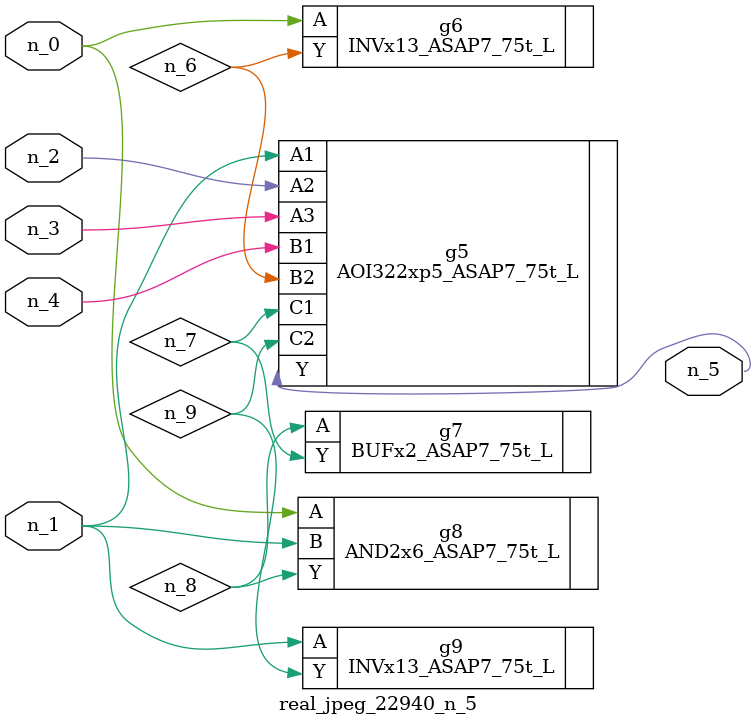
<source format=v>
module real_jpeg_22940_n_5 (n_4, n_0, n_1, n_2, n_3, n_5);

input n_4;
input n_0;
input n_1;
input n_2;
input n_3;

output n_5;

wire n_8;
wire n_6;
wire n_7;
wire n_9;

INVx13_ASAP7_75t_L g6 ( 
.A(n_0),
.Y(n_6)
);

AND2x6_ASAP7_75t_L g8 ( 
.A(n_0),
.B(n_1),
.Y(n_8)
);

AOI322xp5_ASAP7_75t_L g5 ( 
.A1(n_1),
.A2(n_2),
.A3(n_3),
.B1(n_4),
.B2(n_6),
.C1(n_7),
.C2(n_9),
.Y(n_5)
);

INVx13_ASAP7_75t_L g9 ( 
.A(n_1),
.Y(n_9)
);

BUFx2_ASAP7_75t_L g7 ( 
.A(n_8),
.Y(n_7)
);


endmodule
</source>
